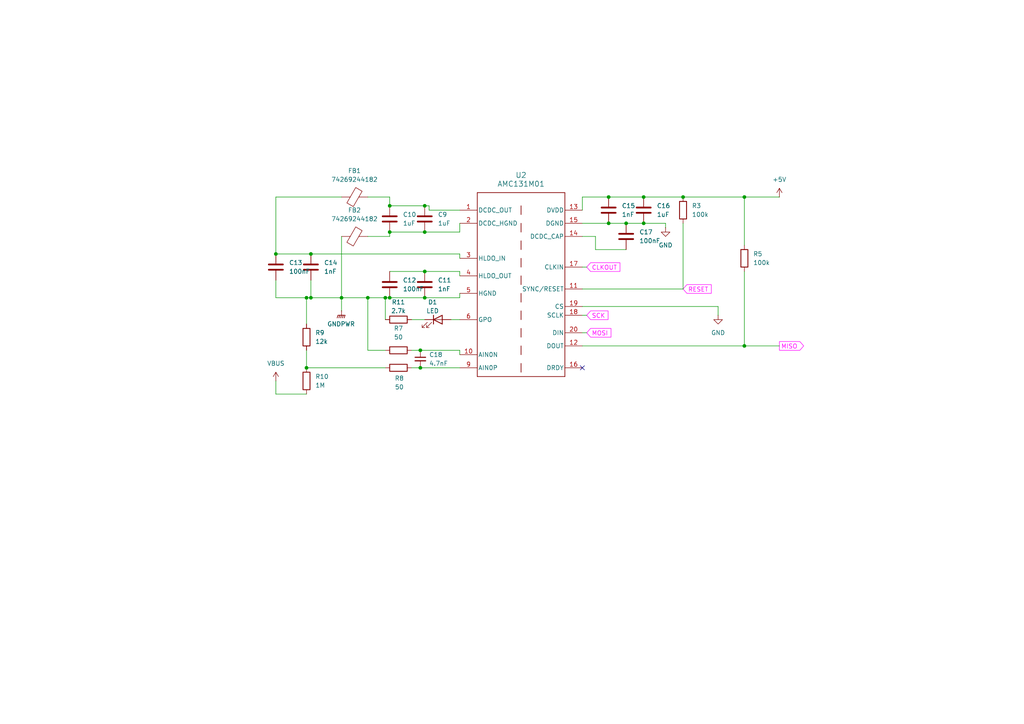
<source format=kicad_sch>
(kicad_sch (version 20250114) (generator "eeschema") (generator_version "9.0")
  (paper "A4")
  (lib_symbols
    (symbol "AMC131M01:ISOW1412DFMR" (pin_names (offset 0.254))
      (property "Reference" "U2" (at 17.78 10.16 0))
      (property "Value" "AMC131M01" (at 17.78 7.62 0))
      (symbol "ISOW1412DFMR_0_1"
        (polyline (pts (xy 5.08 5.08) (xy 5.08 -48.26)) (stroke (width 0.2032)))
        (polyline (pts (xy 5.08 -48.26) (xy 30.48 -48.26)) (stroke (width 0.2032)))
        (polyline (pts (xy 17.78 1.27) (xy 17.78 -1.27)) (stroke (width 0.2032)))
        (polyline (pts (xy 17.78 -3.81) (xy 17.78 -6.35)) (stroke (width 0.2032)))
        (polyline (pts (xy 17.78 -8.89) (xy 17.78 -11.43)) (stroke (width 0.2032)))
        (polyline (pts (xy 17.78 -13.97) (xy 17.78 -16.51)) (stroke (width 0.2032)))
        (polyline (pts (xy 17.78 -19.05) (xy 17.78 -21.59)) (stroke (width 0.2032)))
        (polyline (pts (xy 17.78 -24.13) (xy 17.78 -26.67)) (stroke (width 0.2032)))
        (polyline (pts (xy 17.78 -29.21) (xy 17.78 -31.75)) (stroke (width 0.2032)))
        (polyline (pts (xy 17.78 -36.83) (xy 17.78 -34.29)) (stroke (width 0.2032)))
        (polyline (pts (xy 17.78 -39.37) (xy 17.78 -41.91)) (stroke (width 0.2032)))
        (polyline (pts (xy 17.78 -44.45) (xy 17.78 -46.99)) (stroke (width 0.2032)))
        (polyline (pts (xy 30.48 5.08) (xy 5.08 5.08)) (stroke (width 0.2032)))
        (polyline (pts (xy 30.48 -48.26) (xy 30.48 5.08)) (stroke (width 0.2032)))
      )
      (symbol "ISOW1412DFMR_1_1"
        (pin power_in line (at 0 0 0) (length 5.08) (name "DCDC_OUT") (number "1"))
        (pin power_in line (at 0 -3.81 0) (length 5.08) (name "DCDC_HGND") (number "2"))
        (pin no_connect line (at 0 -7.62 0) (length 5.08) (hide yes) (name "NC") (number "8"))
        (pin power_in line (at 0 -13.97 0) (length 5.08) (name "HLDO_IN") (number "3"))
        (pin power_out line (at 0 -19.05 0) (length 5.08) (name "HLDO_OUT") (number "4"))
        (pin power_in line (at 0 -24.13 0) (length 5.08) (name "HGND") (number "5"))
        (pin output line (at 0 -31.75 0) (length 5.08) (name "GPO") (number "6"))
        (pin no_connect line (at 0 -35.56 0) (length 5.08) (hide yes) (name "NC") (number "7"))
        (pin input line (at 0 -41.91 0) (length 5.08) (name "AIN0N") (number "10"))
        (pin input line (at 0 -45.72 0) (length 5.08) (name "AIN0P") (number "9"))
        (pin output line (at 35.56 0 180) (length 5.08) (name "DVDD") (number "13"))
        (pin power_in line (at 35.56 -3.81 180) (length 5.08) (name "DGND") (number "15"))
        (pin power_in line (at 35.56 -7.62 180) (length 5.08) (name "DCDC_CAP") (number "14"))
        (pin output line (at 35.56 -16.51 180) (length 5.08) (name "CLKIN") (number "17"))
        (pin input line (at 35.56 -22.86 180) (length 5.08) (name "SYNC/RESET") (number "11"))
        (pin input line (at 35.56 -27.94 180) (length 5.08) (name "CS") (number "19"))
        (pin input line (at 35.56 -30.48 180) (length 5.08) (name "SCLK") (number "18"))
        (pin input line (at 35.56 -35.56 180) (length 5.08) (name "DIN") (number "20"))
        (pin output line (at 35.56 -39.37 180) (length 5.08) (name "DOUT") (number "12"))
        (pin output line (at 35.56 -45.72 180) (length 5.08) (name "DRDY") (number "16"))
      )
    )
    (symbol "Device:C" (pin_numbers (hide yes)) (pin_names (offset 0.254))
      (property "Reference" "C" (at 0.635 2.54 0))
      (property "Value" "C" (at 0.635 -2.54 0))
      (symbol "C_0_1"
        (polyline (pts (xy -2.032 0.762) (xy 2.032 0.762)) (stroke (width 0.508)))
        (polyline (pts (xy -2.032 -0.762) (xy 2.032 -0.762)) (stroke (width 0.508)))
      )
      (symbol "C_1_1"
        (pin passive line (at 0 3.81 270) (length 2.794) (name "~") (number "1"))
        (pin passive line (at 0 -3.81 90) (length 2.794) (name "~") (number "2"))
      )
    )
    (symbol "Device:C_Small" (pin_numbers (hide yes)) (pin_names (offset 0.254) (hide yes))
      (property "Reference" "C" (at 0.254 1.778 0))
      (property "Value" "C_Small" (at 0.254 -2.032 0))
      (symbol "C_Small_0_1"
        (polyline (pts (xy -1.524 0.508) (xy 1.524 0.508)) (stroke (width 0.3048)))
        (polyline (pts (xy -1.524 -0.508) (xy 1.524 -0.508)) (stroke (width 0.3302)))
      )
      (symbol "C_Small_1_1"
        (pin passive line (at 0 2.54 270) (length 2.032) (name "~") (number "1"))
        (pin passive line (at 0 -2.54 90) (length 2.032) (name "~") (number "2"))
      )
    )
    (symbol "Device:FerriteBead" (pin_numbers (hide yes)) (pin_names (offset 0))
      (property "Reference" "FB" (at -3.81 0.635 90))
      (property "Value" "FerriteBead" (at 3.81 0 90))
      (symbol "FerriteBead_0_1"
        (polyline (pts (xy -2.7686 0.4064) (xy -1.7018 2.2606) (xy 2.7686 -0.3048) (xy 1.6764 -2.159) (xy -2.7686 0.4064)))
        (polyline (pts (xy 0 1.27) (xy 0 1.2954)))
        (polyline (pts (xy 0 -1.27) (xy 0 -1.2192)))
      )
      (symbol "FerriteBead_1_1"
        (pin passive line (at 0 3.81 270) (length 2.54) (name "~") (number "1"))
        (pin passive line (at 0 -3.81 90) (length 2.54) (name "~") (number "2"))
      )
    )
    (symbol "Device:LED" (pin_numbers (hide yes)) (pin_names (offset 1.016) (hide yes))
      (property "Reference" "D" (at 0 2.54 0))
      (property "Value" "LED" (at 0 -2.54 0))
      (symbol "LED_0_1"
        (polyline (pts (xy -3.048 -0.762) (xy -4.572 -2.286) (xy -3.81 -2.286) (xy -4.572 -2.286) (xy -4.572 -1.524)))
        (polyline (pts (xy -1.778 -0.762) (xy -3.302 -2.286) (xy -2.54 -2.286) (xy -3.302 -2.286) (xy -3.302 -1.524)))
        (polyline (pts (xy -1.27 0) (xy 1.27 0)))
        (polyline (pts (xy -1.27 -1.27) (xy -1.27 1.27)) (stroke (width 0.254)))
        (polyline (pts (xy 1.27 -1.27) (xy 1.27 1.27) (xy -1.27 0) (xy 1.27 -1.27)) (stroke (width 0.254)))
      )
      (symbol "LED_1_1"
        (pin passive line (at -3.81 0 0) (length 2.54) (name "K") (number "1"))
        (pin passive line (at 3.81 0 180) (length 2.54) (name "A") (number "2"))
      )
    )
    (symbol "Device:R" (pin_numbers (hide yes)) (pin_names (offset 0))
      (property "Reference" "R" (at 2.032 0 90))
      (property "Value" "R" (at 0 0 90))
      (symbol "R_0_1"
        (rectangle (start -1.016 -2.54) (end 1.016 2.54) (stroke (width 0.254)))
      )
      (symbol "R_1_1"
        (pin passive line (at 0 3.81 270) (length 1.27) (name "~") (number "1"))
        (pin passive line (at 0 -3.81 90) (length 1.27) (name "~") (number "2"))
      )
    )
    (symbol "power:+5V" (power) (pin_numbers (hide yes)) (pin_names (offset 0) (hide yes))
      (property "Value" "+5V" (at 0 3.556 0))
      (symbol "+5V_0_1"
        (polyline (pts (xy -0.762 1.27) (xy 0 2.54)))
        (polyline (pts (xy 0 2.54) (xy 0.762 1.27)))
        (polyline (pts (xy 0 0) (xy 0 2.54)))
      )
      (symbol "+5V_1_1"
        (pin power_in line (at 0 0 90) (length 0) (name "~") (number "1"))
      )
    )
    (symbol "power:GND" (power) (pin_numbers (hide yes)) (pin_names (offset 0) (hide yes))
      (property "Value" "GND" (at 0 -3.81 0))
      (symbol "GND_0_1"
        (polyline (pts (xy 0 0) (xy 0 -1.27) (xy 1.27 -1.27) (xy 0 -2.54) (xy -1.27 -1.27) (xy 0 -1.27)))
      )
      (symbol "GND_1_1"
        (pin power_in line (at 0 0 270) (length 0) (name "~") (number "1"))
      )
    )
    (symbol "power:GNDPWR" (power) (pin_numbers (hide yes)) (pin_names (offset 0) (hide yes))
      (property "Value" "GNDPWR" (at 0 -3.302 0))
      (symbol "GNDPWR_0_1"
        (polyline (pts (xy -1.016 -1.27) (xy -1.27 -2.032) (xy -1.27 -2.032)) (stroke (width 0.2032)))
        (polyline (pts (xy -0.508 -1.27) (xy -0.762 -2.032) (xy -0.762 -2.032)) (stroke (width 0.2032)))
        (polyline (pts (xy 0 -1.27) (xy 0 0)))
        (polyline (pts (xy 0 -1.27) (xy -0.254 -2.032) (xy -0.254 -2.032)) (stroke (width 0.2032)))
        (polyline (pts (xy 0.508 -1.27) (xy 0.254 -2.032) (xy 0.254 -2.032)) (stroke (width 0.2032)))
        (polyline (pts (xy 1.016 -1.27) (xy -1.016 -1.27) (xy -1.016 -1.27)) (stroke (width 0.2032)))
        (polyline (pts (xy 1.016 -1.27) (xy 0.762 -2.032) (xy 0.762 -2.032) (xy 0.762 -2.032)) (stroke (width 0.2032)))
      )
      (symbol "GNDPWR_1_1"
        (pin power_in line (at 0 0 270) (length 0) (name "~") (number "1"))
      )
    )
    (symbol "power:VBUS" (power) (pin_numbers (hide yes)) (pin_names (offset 0) (hide yes))
      (property "Value" "VBUS" (at 0 3.556 0))
      (symbol "VBUS_0_1"
        (polyline (pts (xy -0.762 1.27) (xy 0 2.54)))
        (polyline (pts (xy 0 2.54) (xy 0.762 1.27)))
        (polyline (pts (xy 0 0) (xy 0 2.54)))
      )
      (symbol "VBUS_1_1"
        (pin power_in line (at 0 0 90) (length 0) (name "~") (number "1"))
      )
    )
  )
  (junction (at 90.17 73.66))
  (junction (at 88.9 86.36))
  (junction (at 121.92 106.68))
  (junction (at 90.17 86.36))
  (junction (at 123.19 86.36))
  (junction (at 113.03 86.36))
  (junction (at 186.69 57.15))
  (junction (at 123.19 67.31))
  (junction (at 80.01 73.66))
  (junction (at 111.76 86.36))
  (junction (at 123.19 59.69))
  (junction (at 186.69 64.77))
  (junction (at 121.92 101.6))
  (junction (at 99.06 86.36))
  (junction (at 123.19 78.74))
  (junction (at 88.9 106.68))
  (junction (at 176.53 64.77))
  (junction (at 106.68 86.36))
  (junction (at 113.03 59.69))
  (junction (at 215.9 100.33))
  (junction (at 176.53 57.15))
  (junction (at 181.61 64.77))
  (junction (at 215.9 57.15))
  (junction (at 113.03 67.31))
  (junction (at 198.12 57.15))
  (no_connect (at 168.91 106.68))
  (wire (pts (xy 133.35 67.31) (xy 123.19 67.31)))
  (wire (pts (xy 215.9 57.15) (xy 215.9 71.12)))
  (wire (pts (xy 168.91 96.52) (xy 170.18 96.52)))
  (wire (pts (xy 133.35 102.87) (xy 133.35 101.6)))
  (wire (pts (xy 119.38 101.6) (xy 121.92 101.6)))
  (wire (pts (xy 111.76 101.6) (xy 106.68 101.6)))
  (wire (pts (xy 106.68 68.58) (xy 113.03 68.58)))
  (wire (pts (xy 168.91 91.44) (xy 170.18 91.44)))
  (wire (pts (xy 124.46 59.69) (xy 123.19 59.69)))
  (wire (pts (xy 215.9 57.15) (xy 226.06 57.15)))
  (wire (pts (xy 133.35 64.77) (xy 133.35 67.31)))
  (wire (pts (xy 80.01 57.15) (xy 80.01 73.66)))
  (wire (pts (xy 133.35 60.96) (xy 124.46 60.96)))
  (wire (pts (xy 90.17 86.36) (xy 99.06 86.36)))
  (wire (pts (xy 168.91 68.58) (xy 172.72 68.58)))
  (wire (pts (xy 113.03 68.58) (xy 113.03 67.31)))
  (wire (pts (xy 113.03 78.74) (xy 123.19 78.74)))
  (wire (pts (xy 88.9 114.3) (xy 80.01 114.3)))
  (wire (pts (xy 99.06 57.15) (xy 80.01 57.15)))
  (wire (pts (xy 186.69 64.77) (xy 193.04 64.77)))
  (wire (pts (xy 88.9 86.36) (xy 88.9 93.98)))
  (wire (pts (xy 106.68 57.15) (xy 113.03 57.15)))
  (wire (pts (xy 111.76 86.36) (xy 111.76 92.71)))
  (wire (pts (xy 90.17 81.28) (xy 90.17 86.36)))
  (wire (pts (xy 113.03 67.31) (xy 123.19 67.31)))
  (wire (pts (xy 106.68 86.36) (xy 111.76 86.36)))
  (wire (pts (xy 198.12 83.82) (xy 198.12 64.77)))
  (wire (pts (xy 133.35 85.09) (xy 133.35 86.36)))
  (wire (pts (xy 168.91 64.77) (xy 176.53 64.77)))
  (wire (pts (xy 80.01 81.28) (xy 80.01 86.36)))
  (wire (pts (xy 176.53 64.77) (xy 181.61 64.77)))
  (wire (pts (xy 168.91 83.82) (xy 198.12 83.82)))
  (wire (pts (xy 121.92 106.68) (xy 133.35 106.68)))
  (wire (pts (xy 133.35 74.93) (xy 133.35 73.66)))
  (wire (pts (xy 193.04 64.77) (xy 193.04 66.04)))
  (wire (pts (xy 208.28 88.9) (xy 208.28 91.44)))
  (wire (pts (xy 88.9 101.6) (xy 88.9 106.68)))
  (wire (pts (xy 168.91 60.96) (xy 168.91 57.15)))
  (wire (pts (xy 172.72 68.58) (xy 172.72 72.39)))
  (wire (pts (xy 113.03 59.69) (xy 123.19 59.69)))
  (wire (pts (xy 106.68 86.36) (xy 106.68 101.6)))
  (wire (pts (xy 99.06 86.36) (xy 99.06 90.17)))
  (wire (pts (xy 88.9 86.36) (xy 90.17 86.36)))
  (wire (pts (xy 133.35 101.6) (xy 121.92 101.6)))
  (wire (pts (xy 80.01 86.36) (xy 88.9 86.36)))
  (wire (pts (xy 172.72 72.39) (xy 181.61 72.39)))
  (wire (pts (xy 80.01 73.66) (xy 90.17 73.66)))
  (wire (pts (xy 168.91 100.33) (xy 215.9 100.33)))
  (wire (pts (xy 168.91 57.15) (xy 176.53 57.15)))
  (wire (pts (xy 133.35 78.74) (xy 123.19 78.74)))
  (wire (pts (xy 111.76 86.36) (xy 113.03 86.36)))
  (wire (pts (xy 99.06 86.36) (xy 106.68 86.36)))
  (wire (pts (xy 124.46 60.96) (xy 124.46 59.69)))
  (wire (pts (xy 119.38 106.68) (xy 121.92 106.68)))
  (wire (pts (xy 123.19 86.36) (xy 133.35 86.36)))
  (wire (pts (xy 113.03 86.36) (xy 123.19 86.36)))
  (wire (pts (xy 186.69 57.15) (xy 198.12 57.15)))
  (wire (pts (xy 119.38 92.71) (xy 123.19 92.71)))
  (wire (pts (xy 113.03 57.15) (xy 113.03 59.69)))
  (wire (pts (xy 215.9 100.33) (xy 226.06 100.33)))
  (wire (pts (xy 80.01 114.3) (xy 80.01 110.49)))
  (wire (pts (xy 130.81 92.71) (xy 133.35 92.71)))
  (wire (pts (xy 133.35 80.01) (xy 133.35 78.74)))
  (wire (pts (xy 99.06 68.58) (xy 99.06 86.36)))
  (wire (pts (xy 181.61 64.77) (xy 186.69 64.77)))
  (wire (pts (xy 168.91 77.47) (xy 170.18 77.47)))
  (wire (pts (xy 88.9 106.68) (xy 111.76 106.68)))
  (wire (pts (xy 176.53 57.15) (xy 186.69 57.15)))
  (wire (pts (xy 90.17 73.66) (xy 133.35 73.66)))
  (wire (pts (xy 198.12 57.15) (xy 215.9 57.15)))
  (wire (pts (xy 215.9 78.74) (xy 215.9 100.33)))
  (wire (pts (xy 168.91 88.9) (xy 208.28 88.9)))
  (global_label "CLKOUT" (shape input) (at 170.18 77.47 0) (property "Intersheetrefs" "${INTERSHEET_REFS}" (effects (hide yes))))
  (global_label "MOSI" (shape input) (at 170.18 96.52 0) (property "Intersheetrefs" "${INTERSHEET_REFS}" (effects (hide yes))))
  (global_label "MISO" (shape output) (at 226.06 100.33 0) (property "Intersheetrefs" "${INTERSHEET_REFS}" (effects (hide yes))))
  (global_label "RESET" (shape input) (at 198.12 83.82 0) (property "Intersheetrefs" "${INTERSHEET_REFS}" (effects (hide yes))))
  (global_label "SCK" (shape input) (at 170.18 91.44 0) (property "Intersheetrefs" "${INTERSHEET_REFS}" (effects (hide yes))))
  (symbol (lib_id "Device:R") (at 88.9 97.79 0) (unit 1)
    (property "Reference" "R9" (at 91.44 96.5199 0) (effects (justify left)))
    (property "Value" "12k" (at 91.44 99.0599 0) (effects (justify left)))
    (property "Footprint" "Resistor_SMD:R_0805_2012Metric_Pad1.20x1.40mm_HandSolder" (effects (hide yes)))
    (property "Description" "Resistor" (effects (hide yes)))
  )
  (symbol (lib_id "Device:C") (at 113.03 63.5 0) (unit 1)
    (property "Reference" "C10" (at 116.84 62.2299 0) (effects (justify left)))
    (property "Value" "1uF" (at 116.84 64.7699 0) (effects (justify left)))
    (property "Footprint" "Capacitor_SMD:C_0805_2012Metric_Pad1.18x1.45mm_HandSolder" (effects (hide yes)))
    (property "Description" "Unpolarized capacitor" (effects (hide yes)))
  )
  (symbol (lib_id "Device:C") (at 181.61 68.58 0) (unit 1)
    (property "Reference" "C17" (at 185.42 67.3099 0) (effects (justify left)))
    (property "Value" "100nF" (at 185.42 69.8499 0) (effects (justify left)))
    (property "Footprint" "Capacitor_SMD:C_0805_2012Metric_Pad1.18x1.45mm_HandSolder" (effects (hide yes)))
    (property "Description" "Unpolarized capacitor" (effects (hide yes)))
  )
  (symbol (lib_id "Device:C") (at 123.19 63.5 0) (unit 1)
    (property "Reference" "C9" (at 127 62.2299 0) (effects (justify left)))
    (property "Value" "1uF" (at 127 64.7699 0) (effects (justify left)))
    (property "Footprint" "Capacitor_SMD:C_0805_2012Metric_Pad1.18x1.45mm_HandSolder" (effects (hide yes)))
    (property "Description" "Unpolarized capacitor" (effects (hide yes)))
  )
  (symbol (lib_id "Device:LED") (at 127 92.71 0) (unit 1)
    (property "Reference" "D1" (at 125.476 87.63 0))
    (property "Value" "LED" (at 125.476 90.17 0))
    (property "Footprint" "LED_SMD:LED_0805_2012Metric_Pad1.15x1.40mm_HandSolder" (effects (hide yes)))
    (property "Description" "Light emitting diode" (effects (hide yes)))
    (property "Sim.Pins" "1=K 2=A" (effects (hide yes)))
  )
  (symbol (lib_id "Device:FerriteBead") (at 102.87 57.15 90) (unit 1)
    (property "Reference" "FB1" (at 102.8192 49.53 90))
    (property "Value" "74269244182" (at 102.8192 52.07 90))
    (property "Footprint" "Inductor_SMD:L_0402_1005Metric_Pad0.77x0.64mm_HandSolder" (effects (hide yes)))
    (property "Description" "Ferrite bead" (effects (hide yes)))
  )
  (symbol (lib_id "power:GNDPWR") (at 99.06 90.17 0) (unit 1)
    (property "Reference" "#PWR011" (effects (hide yes)))
    (property "Value" "GNDPWR" (at 98.933 93.98 0))
    (property "Description" "Power symbol creates a global label with name \"GNDPWR\" , global ground" (effects (hide yes)))
  )
  (symbol (lib_id "Device:C") (at 123.19 82.55 0) (unit 1)
    (property "Reference" "C11" (at 127 81.2799 0) (effects (justify left)))
    (property "Value" "1nF" (at 127 83.8199 0) (effects (justify left)))
    (property "Footprint" "Capacitor_SMD:C_0805_2012Metric_Pad1.18x1.45mm_HandSolder" (effects (hide yes)))
    (property "Description" "Unpolarized capacitor" (effects (hide yes)))
  )
  (symbol (lib_id "AMC131M01:ISOW1412DFMR") (at 133.35 60.96 0) (unit 1)
    (property "Reference" "U2" (at 151.13 50.8 0) (effects (font (size 1.524 1.524))))
    (property "Value" "AMC131M01" (at 151.13 53.34 0) (effects (font (size 1.524 1.524))))
    (property "Footprint" "Package_SO:SOIC-20W_7.5x12.8mm_P1.27mm" (effects (hide yes)))
    (property "Datasheet" "https://www.ti.com/lit/ds/symlink/amc131m01.pdf?ts=1763554907629" (effects (hide yes)))
  )
  (symbol (lib_id "power:GND") (at 208.28 91.44 0) (unit 1)
    (property "Reference" "#PWR047" (effects (hide yes)))
    (property "Value" "GND" (at 208.28 96.52 0))
    (property "Description" "Power symbol creates a global label with name \"GND\" , ground" (effects (hide yes)))
  )
  (symbol (lib_id "Device:FerriteBead") (at 102.87 68.58 90) (unit 1)
    (property "Reference" "FB2" (at 102.8192 60.96 90))
    (property "Value" "74269244182" (at 102.8192 63.5 90))
    (property "Footprint" "Inductor_SMD:L_0402_1005Metric_Pad0.77x0.64mm_HandSolder" (effects (hide yes)))
    (property "Description" "Ferrite bead" (effects (hide yes)))
  )
  (symbol (lib_id "Device:R") (at 215.9 74.93 0) (unit 1)
    (property "Reference" "R5" (at 218.44 73.6599 0) (effects (justify left)))
    (property "Value" "100k" (at 218.44 76.1999 0) (effects (justify left)))
    (property "Footprint" "Resistor_SMD:R_0805_2012Metric_Pad1.20x1.40mm_HandSolder" (effects (hide yes)))
    (property "Description" "Resistor" (effects (hide yes)))
  )
  (symbol (lib_id "Device:R") (at 115.57 106.68 90) (unit 1)
    (property "Reference" "R8" (at 115.824 109.728 90))
    (property "Value" "50" (at 115.824 112.268 90))
    (property "Footprint" "Resistor_SMD:R_0805_2012Metric_Pad1.20x1.40mm_HandSolder" (effects (hide yes)))
    (property "Description" "Resistor" (effects (hide yes)))
  )
  (symbol (lib_id "Device:C") (at 176.53 60.96 0) (unit 1)
    (property "Reference" "C15" (at 180.34 59.6899 0) (effects (justify left)))
    (property "Value" "1nF" (at 180.34 62.2299 0) (effects (justify left)))
    (property "Footprint" "Capacitor_SMD:C_0805_2012Metric_Pad1.18x1.45mm_HandSolder" (effects (hide yes)))
    (property "Description" "Unpolarized capacitor" (effects (hide yes)))
  )
  (symbol (lib_id "Device:R") (at 198.12 60.96 0) (unit 1)
    (property "Reference" "R3" (at 200.66 59.6899 0) (effects (justify left)))
    (property "Value" "100k" (at 200.66 62.2299 0) (effects (justify left)))
    (property "Footprint" "Resistor_SMD:R_0805_2012Metric_Pad1.20x1.40mm_HandSolder" (effects (hide yes)))
    (property "Description" "Resistor" (effects (hide yes)))
  )
  (symbol (lib_id "Device:C_Small") (at 121.92 104.14 0) (unit 1)
    (property "Reference" "C18" (at 124.46 102.8762 0) (effects (justify left)))
    (property "Value" "4.7nF" (at 124.46 105.4162 0) (effects (justify left)))
    (property "Footprint" "Capacitor_SMD:C_0805_2012Metric_Pad1.18x1.45mm_HandSolder" (effects (hide yes)))
    (property "Description" "Unpolarized capacitor, small symbol" (effects (hide yes)))
  )
  (symbol (lib_id "Device:C") (at 113.03 82.55 0) (unit 1)
    (property "Reference" "C12" (at 116.84 81.2799 0) (effects (justify left)))
    (property "Value" "100nF" (at 116.84 83.8199 0) (effects (justify left)))
    (property "Footprint" "Capacitor_SMD:C_0805_2012Metric_Pad1.18x1.45mm_HandSolder" (effects (hide yes)))
    (property "Description" "Unpolarized capacitor" (effects (hide yes)))
  )
  (symbol (lib_id "Device:C") (at 90.17 77.47 0) (unit 1)
    (property "Reference" "C14" (at 93.98 76.1999 0) (effects (justify left)))
    (property "Value" "1nF" (at 93.98 78.7399 0) (effects (justify left)))
    (property "Footprint" "Capacitor_SMD:C_0805_2012Metric_Pad1.18x1.45mm_HandSolder" (effects (hide yes)))
    (property "Description" "Unpolarized capacitor" (effects (hide yes)))
  )
  (symbol (lib_id "Device:R") (at 115.57 101.6 90) (unit 1)
    (property "Reference" "R7" (at 115.57 95.25 90))
    (property "Value" "50" (at 115.57 97.79 90))
    (property "Footprint" "Resistor_SMD:R_0805_2012Metric_Pad1.20x1.40mm_HandSolder" (effects (hide yes)))
    (property "Description" "Resistor" (effects (hide yes)))
  )
  (symbol (lib_id "Device:R") (at 88.9 110.49 0) (unit 1)
    (property "Reference" "R10" (at 91.44 109.2199 0) (effects (justify left)))
    (property "Value" "1M" (at 91.44 111.7599 0) (effects (justify left)))
    (property "Footprint" "Resistor_SMD:R_0805_2012Metric_Pad1.20x1.40mm_HandSolder" (effects (hide yes)))
    (property "Description" "Resistor" (effects (hide yes)))
  )
  (symbol (lib_id "power:+5V") (at 226.06 57.15 0) (unit 1)
    (property "Reference" "#PWR012" (effects (hide yes)))
    (property "Value" "+5V" (at 226.06 52.07 0))
    (property "Description" "Power symbol creates a global label with name \"+5V\"" (effects (hide yes)))
  )
  (symbol (lib_id "Device:C") (at 80.01 77.47 0) (unit 1)
    (property "Reference" "C13" (at 83.82 76.1999 0) (effects (justify left)))
    (property "Value" "100nF" (at 83.82 78.7399 0) (effects (justify left)))
    (property "Footprint" "Capacitor_SMD:C_0805_2012Metric_Pad1.18x1.45mm_HandSolder" (effects (hide yes)))
    (property "Description" "Unpolarized capacitor" (effects (hide yes)))
  )
  (symbol (lib_id "power:GND") (at 193.04 66.04 0) (unit 1)
    (property "Reference" "#PWR013" (effects (hide yes)))
    (property "Value" "GND" (at 193.04 71.12 0))
    (property "Description" "Power symbol creates a global label with name \"GND\" , ground" (effects (hide yes)))
  )
  (symbol (lib_id "power:VBUS") (at 80.01 110.49 0) (unit 1)
    (property "Reference" "#PWR014" (effects (hide yes)))
    (property "Value" "VBUS" (at 80.01 105.41 0))
    (property "Description" "Power symbol creates a global label with name \"VBUS\"" (effects (hide yes)))
  )
  (symbol (lib_id "Device:C") (at 186.69 60.96 0) (unit 1)
    (property "Reference" "C16" (at 190.5 59.6899 0) (effects (justify left)))
    (property "Value" "1uF" (at 190.5 62.2299 0) (effects (justify left)))
    (property "Footprint" "Capacitor_SMD:C_0805_2012Metric_Pad1.18x1.45mm_HandSolder" (effects (hide yes)))
    (property "Description" "Unpolarized capacitor" (effects (hide yes)))
  )
  (symbol (lib_id "Device:R") (at 115.57 92.71 90) (unit 1)
    (property "Reference" "R11" (at 115.57 87.63 90))
    (property "Value" "2.7k" (at 115.57 90.17 90))
    (property "Footprint" "Resistor_SMD:R_0805_2012Metric_Pad1.20x1.40mm_HandSolder" (effects (hide yes)))
    (property "Description" "Resistor" (effects (hide yes)))
  )
)
</source>
